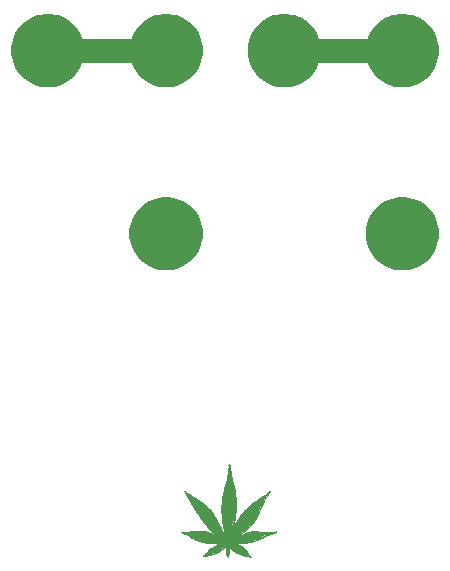
<source format=gbr>
G04 #@! TF.GenerationSoftware,KiCad,Pcbnew,(5.1.5-0)*
G04 #@! TF.CreationDate,2021-01-12T22:24:44-08:00*
G04 #@! TF.ProjectId,dualtimbre,6475616c-7469-46d6-9272-652e6b696361,rev?*
G04 #@! TF.SameCoordinates,Original*
G04 #@! TF.FileFunction,Soldermask,Top*
G04 #@! TF.FilePolarity,Negative*
%FSLAX46Y46*%
G04 Gerber Fmt 4.6, Leading zero omitted, Abs format (unit mm)*
G04 Created by KiCad (PCBNEW (5.1.5-0)) date 2021-01-12 22:24:44*
%MOMM*%
%LPD*%
G04 APERTURE LIST*
%ADD10C,2.000000*%
%ADD11C,0.100000*%
%ADD12C,0.000002*%
%ADD13C,0.001000*%
G04 APERTURE END LIST*
D10*
X4500000Y-82250000D02*
X14750000Y-82250000D01*
X24500000Y-82250000D02*
X34750000Y-82250000D01*
D11*
G36*
X20660400Y-123997650D02*
G01*
X21212850Y-124277050D01*
X21539875Y-124604075D01*
X21674813Y-124834263D01*
X21906588Y-125104138D01*
X21600200Y-125020000D01*
X21346200Y-124943800D01*
X21168400Y-124880300D01*
X20793750Y-124746950D01*
X20434975Y-124553275D01*
X20174625Y-124267525D01*
X20050800Y-124105600D01*
X20114300Y-124143700D01*
X20088900Y-124080200D01*
X20152400Y-123908750D01*
X20660400Y-123997650D01*
G37*
X20660400Y-123997650D02*
X21212850Y-124277050D01*
X21539875Y-124604075D01*
X21674813Y-124834263D01*
X21906588Y-125104138D01*
X21600200Y-125020000D01*
X21346200Y-124943800D01*
X21168400Y-124880300D01*
X20793750Y-124746950D01*
X20434975Y-124553275D01*
X20174625Y-124267525D01*
X20050800Y-124105600D01*
X20114300Y-124143700D01*
X20088900Y-124080200D01*
X20152400Y-123908750D01*
X20660400Y-123997650D01*
G36*
X19866650Y-124016700D02*
G01*
X19498350Y-124448500D01*
X19060200Y-124721550D01*
X18679200Y-124861250D01*
X17929900Y-125026350D01*
X18412500Y-124499300D01*
X18806200Y-124232600D01*
X19174500Y-124029400D01*
X19644400Y-123953200D01*
X19669800Y-123953200D01*
X19866650Y-124016700D01*
G37*
X19866650Y-124016700D02*
X19498350Y-124448500D01*
X19060200Y-124721550D01*
X18679200Y-124861250D01*
X17929900Y-125026350D01*
X18412500Y-124499300D01*
X18806200Y-124232600D01*
X19174500Y-124029400D01*
X19644400Y-123953200D01*
X19669800Y-123953200D01*
X19866650Y-124016700D01*
G36*
X23073400Y-122988000D02*
G01*
X23505200Y-123013400D01*
X24083207Y-123023943D01*
X23403600Y-123178500D01*
X22971800Y-123369000D01*
X22628900Y-123584900D01*
X22209800Y-123750000D01*
X21676400Y-123838900D01*
X21231900Y-123864300D01*
X20654050Y-123845250D01*
X20076200Y-123826200D01*
X20012700Y-123750000D01*
X20228600Y-123686500D01*
X20235585Y-123635700D01*
X20551815Y-123508700D01*
X21085850Y-123280100D01*
X21638300Y-123076900D01*
X22032000Y-122962600D01*
X22476500Y-122962600D01*
X23073400Y-122988000D01*
G37*
X23073400Y-122988000D02*
X23505200Y-123013400D01*
X24083207Y-123023943D01*
X23403600Y-123178500D01*
X22971800Y-123369000D01*
X22628900Y-123584900D01*
X22209800Y-123750000D01*
X21676400Y-123838900D01*
X21231900Y-123864300D01*
X20654050Y-123845250D01*
X20076200Y-123826200D01*
X20012700Y-123750000D01*
X20228600Y-123686500D01*
X20235585Y-123635700D01*
X20551815Y-123508700D01*
X21085850Y-123280100D01*
X21638300Y-123076900D01*
X22032000Y-122962600D01*
X22476500Y-122962600D01*
X23073400Y-122988000D01*
G36*
X23060700Y-120333700D02*
G01*
X22819400Y-120829000D01*
X22616200Y-121286200D01*
X22355850Y-121806900D01*
X22082800Y-122162500D01*
X21771650Y-122575250D01*
X21301750Y-122968950D01*
X20800100Y-123305500D01*
X19695200Y-123902400D01*
X19720600Y-123572200D01*
X20025400Y-123521400D01*
X20273050Y-123083250D01*
X20488950Y-122619700D01*
X20654050Y-122289500D01*
X20838200Y-121997400D01*
X21003300Y-121679900D01*
X21282700Y-121324300D01*
X21562100Y-121006800D01*
X21892300Y-120714700D01*
X22235200Y-120486100D01*
X22616200Y-120232100D01*
X23009900Y-119965400D01*
X23543300Y-119571700D01*
X23060700Y-120333700D01*
G37*
X23060700Y-120333700D02*
X22819400Y-120829000D01*
X22616200Y-121286200D01*
X22355850Y-121806900D01*
X22082800Y-122162500D01*
X21771650Y-122575250D01*
X21301750Y-122968950D01*
X20800100Y-123305500D01*
X19695200Y-123902400D01*
X19720600Y-123572200D01*
X20025400Y-123521400D01*
X20273050Y-123083250D01*
X20488950Y-122619700D01*
X20654050Y-122289500D01*
X20838200Y-121997400D01*
X21003300Y-121679900D01*
X21282700Y-121324300D01*
X21562100Y-121006800D01*
X21892300Y-120714700D01*
X22235200Y-120486100D01*
X22616200Y-120232100D01*
X23009900Y-119965400D01*
X23543300Y-119571700D01*
X23060700Y-120333700D01*
G36*
X20215900Y-118200100D02*
G01*
X20317500Y-118682700D01*
X20431800Y-119139900D01*
X20514350Y-119470100D01*
X20577850Y-119851100D01*
X20622300Y-120371800D01*
X20622300Y-120905200D01*
X20571500Y-121489400D01*
X20508000Y-122010100D01*
X20365125Y-122505400D01*
X20066675Y-123521400D01*
X19853950Y-123470600D01*
X19619000Y-122556200D01*
X19445962Y-121692600D01*
X19461837Y-120905200D01*
X19514225Y-120244800D01*
X19676150Y-119470100D01*
X19911100Y-118657300D01*
X20038100Y-117882600D01*
X20101600Y-117361900D01*
X20215900Y-118200100D01*
G37*
X20215900Y-118200100D02*
X20317500Y-118682700D01*
X20431800Y-119139900D01*
X20514350Y-119470100D01*
X20577850Y-119851100D01*
X20622300Y-120371800D01*
X20622300Y-120905200D01*
X20571500Y-121489400D01*
X20508000Y-122010100D01*
X20365125Y-122505400D01*
X20066675Y-123521400D01*
X19853950Y-123470600D01*
X19619000Y-122556200D01*
X19445962Y-121692600D01*
X19461837Y-120905200D01*
X19514225Y-120244800D01*
X19676150Y-119470100D01*
X19911100Y-118657300D01*
X20038100Y-117882600D01*
X20101600Y-117361900D01*
X20215900Y-118200100D01*
G36*
X16596400Y-119774900D02*
G01*
X16913900Y-120016200D01*
X17479050Y-120333700D01*
X18075950Y-120765500D01*
X18450600Y-121146500D01*
X18850650Y-121711650D01*
X19447550Y-122892750D01*
X19746000Y-123457900D01*
X19758700Y-123470600D01*
X19428500Y-123496000D01*
X19326900Y-123445200D01*
X18971300Y-123197550D01*
X18564900Y-122829250D01*
X18234700Y-122480000D01*
X17879100Y-122048200D01*
X17599700Y-121629100D01*
X17409200Y-121375100D01*
X17155200Y-120917900D01*
X16901200Y-120549600D01*
X16659900Y-120130500D01*
X16380500Y-119571700D01*
X16596400Y-119774900D01*
G37*
X16596400Y-119774900D02*
X16913900Y-120016200D01*
X17479050Y-120333700D01*
X18075950Y-120765500D01*
X18450600Y-121146500D01*
X18850650Y-121711650D01*
X19447550Y-122892750D01*
X19746000Y-123457900D01*
X19758700Y-123470600D01*
X19428500Y-123496000D01*
X19326900Y-123445200D01*
X18971300Y-123197550D01*
X18564900Y-122829250D01*
X18234700Y-122480000D01*
X17879100Y-122048200D01*
X17599700Y-121629100D01*
X17409200Y-121375100D01*
X17155200Y-120917900D01*
X16901200Y-120549600D01*
X16659900Y-120130500D01*
X16380500Y-119571700D01*
X16596400Y-119774900D01*
G36*
X18002925Y-122953075D02*
G01*
X18339475Y-123048325D01*
X18603000Y-123140400D01*
X19301500Y-123546800D01*
X19331980Y-123574740D01*
X19339600Y-123559500D01*
X19339600Y-123572200D01*
X19331980Y-123574740D01*
X19250700Y-123737300D01*
X19644400Y-123877000D01*
X19434850Y-123902400D01*
X19041150Y-123927800D01*
X18564900Y-123927800D01*
X18120400Y-123864300D01*
X17637800Y-123750000D01*
X17244100Y-123635700D01*
X16837700Y-123407100D01*
X16520200Y-123178500D01*
X16113800Y-123051500D01*
X16761500Y-123000700D01*
X17294900Y-122962600D01*
X17758450Y-122956250D01*
X18002925Y-122953075D01*
G37*
X18002925Y-122953075D02*
X18339475Y-123048325D01*
X18603000Y-123140400D01*
X19301500Y-123546800D01*
X19331980Y-123574740D01*
X19339600Y-123559500D01*
X19339600Y-123572200D01*
X19331980Y-123574740D01*
X19250700Y-123737300D01*
X19644400Y-123877000D01*
X19434850Y-123902400D01*
X19041150Y-123927800D01*
X18564900Y-123927800D01*
X18120400Y-123864300D01*
X17637800Y-123750000D01*
X17244100Y-123635700D01*
X16837700Y-123407100D01*
X16520200Y-123178500D01*
X16113800Y-123051500D01*
X16761500Y-123000700D01*
X17294900Y-122962600D01*
X17758450Y-122956250D01*
X18002925Y-122953075D01*
G36*
X20000000Y-123534100D02*
G01*
X19788862Y-123727775D01*
X20007937Y-123823025D01*
X20758825Y-124365950D01*
X20577850Y-124461200D01*
X20000000Y-124004000D01*
X20012700Y-125096200D01*
X19898400Y-124956500D01*
X19892050Y-124067500D01*
X19936500Y-124067500D01*
X19555500Y-123851600D01*
X19269750Y-123699200D01*
X19434850Y-123419800D01*
X20000000Y-123534100D01*
G37*
X20000000Y-123534100D02*
X19788862Y-123727775D01*
X20007937Y-123823025D01*
X20758825Y-124365950D01*
X20577850Y-124461200D01*
X20000000Y-124004000D01*
X20012700Y-125096200D01*
X19898400Y-124956500D01*
X19892050Y-124067500D01*
X19936500Y-124067500D01*
X19555500Y-123851600D01*
X19269750Y-123699200D01*
X19434850Y-123419800D01*
X20000000Y-123534100D01*
D12*
X19479586Y-121846968D02*
X19486414Y-121913404D01*
X16060628Y-123035206D02*
G75*
G02X16062745Y-123030474I8833J-1112D01*
G01*
X16062745Y-123030475D02*
G75*
G02X16067170Y-123027659I6961J-6056D01*
G01*
X16067171Y-123027659D02*
G75*
G02X16076272Y-123025641I21302J-74534D01*
G01*
X16119176Y-123019928D02*
X16076272Y-123025641D01*
X16175382Y-123014579D02*
X16119176Y-123019928D01*
X16249523Y-123009059D02*
X16175382Y-123014579D01*
X16350810Y-123002773D02*
X16249523Y-123009059D01*
X16464250Y-122995535D02*
X16350810Y-123002773D01*
X16555159Y-122988329D02*
X16464250Y-122995535D01*
X16635946Y-122980142D02*
X16555159Y-122988329D01*
X16717522Y-122969967D02*
X16635946Y-122980142D01*
X16795588Y-122960763D02*
X16717522Y-122969967D01*
X16894548Y-122951810D02*
X16795588Y-122960763D01*
X17002731Y-122943949D02*
X16894548Y-122951810D01*
X17110022Y-122938039D02*
X17002731Y-122943949D01*
X17158893Y-122935783D02*
X17110022Y-122938039D01*
X17228084Y-122932592D02*
X17158893Y-122935783D01*
X17303746Y-122929104D02*
X17228084Y-122932592D01*
X17375022Y-122925821D02*
X17303746Y-122929104D01*
X17542892Y-122918843D02*
X17375022Y-122925821D01*
X17717753Y-122913052D02*
X17542892Y-122918843D01*
X17891324Y-122908069D02*
X17717753Y-122913052D01*
X17891324Y-122908069D02*
G75*
G02X17900393Y-122910507I462J-16364D01*
G01*
X17903889Y-122911762D02*
G75*
G02X17900393Y-122910507I1209J8867D01*
G01*
X17919388Y-122913775D02*
X17903889Y-122911762D01*
X17937771Y-122915819D02*
X17919388Y-122913775D01*
X17958715Y-122917713D02*
X17937771Y-122915819D01*
X19470054Y-121737481D02*
X19472649Y-121767124D01*
X20612378Y-123897086D02*
X20657522Y-123900622D01*
X20563537Y-123893388D02*
X20612378Y-123897086D01*
X20518194Y-123890058D02*
X20563537Y-123893388D01*
X20485022Y-123887755D02*
X20518194Y-123890058D01*
X20453615Y-123885486D02*
X20485022Y-123887755D01*
X20414584Y-123882326D02*
X20453615Y-123885486D01*
X20374606Y-123878849D02*
X20414584Y-123882326D01*
X20340022Y-123875579D02*
X20374606Y-123878849D01*
X20278512Y-123870402D02*
X20340022Y-123875579D01*
X20226901Y-123868134D02*
X20278512Y-123870402D01*
X18831364Y-121630665D02*
X18702584Y-121423051D01*
X18960123Y-121860277D02*
X18831364Y-121630665D01*
X20263811Y-123894985D02*
X20225611Y-123887712D01*
X20301820Y-123901668D02*
X20263811Y-123894985D01*
X20327522Y-123905429D02*
X20301820Y-123901668D01*
X20327522Y-123905429D02*
G75*
G02X20415850Y-123921576I-96572J-777952D01*
G01*
X20542223Y-123954860D02*
X20415850Y-123921576D01*
X20681550Y-123997366D02*
X20542223Y-123954860D01*
X20815022Y-124044009D02*
X20681550Y-123997366D01*
X20858649Y-124061046D02*
X20815022Y-124044009D01*
X20904637Y-124080487D02*
X20858649Y-124061046D01*
X20952079Y-124101930D02*
X20904637Y-124080487D01*
X21000085Y-124124987D02*
X20952079Y-124101930D01*
X21000085Y-124124988D02*
G75*
G02X21152408Y-124212179I-639105J-1293158D01*
G01*
X19600081Y-122597260D02*
X19602098Y-122607528D01*
X22620021Y-121265299D02*
G75*
G02X22619743Y-121266562I-3003J0D01*
G01*
X22611209Y-121284952D02*
X22619743Y-121266562D01*
X22601523Y-121305632D02*
X22611209Y-121284952D01*
X22590022Y-121329870D02*
X22601523Y-121305632D01*
X22578521Y-121354146D02*
X22590022Y-121329870D01*
X22568834Y-121374951D02*
X22578521Y-121354146D01*
X22560385Y-121393329D02*
X22568834Y-121374951D01*
X22560021Y-121394995D02*
G75*
G02X22560385Y-121393329I3995J0D01*
G01*
X22560021Y-121394995D02*
G75*
G02X22559292Y-121398297I-7840J0D01*
G01*
X22520677Y-121481421D02*
X22559292Y-121398297D01*
X22477758Y-121573339D02*
X22520677Y-121481421D01*
X22427442Y-121680277D02*
X22477758Y-121573339D01*
X22404537Y-121728174D02*
X22427442Y-121680277D01*
X22376801Y-121784980D02*
X22404537Y-121728174D01*
X22347730Y-121843998D02*
X22376801Y-121784980D01*
X22347731Y-121843997D02*
G75*
G02X22345022Y-121847777I-12801J6311D01*
G01*
X22343589Y-121849614D02*
G75*
G02X22345022Y-121847777I8150J-4881D01*
G01*
X22340177Y-121855418D02*
X22343588Y-121849615D01*
X22336238Y-121862435D02*
X22340177Y-121855418D01*
X22332041Y-121870277D02*
X22336238Y-121862435D01*
X22323008Y-121887116D02*
X22332041Y-121870277D01*
X22312309Y-121906309D02*
X22323008Y-121887116D01*
X22301117Y-121925799D02*
X22312309Y-121906309D01*
X22290563Y-121943576D02*
X22301117Y-121925799D01*
X22286359Y-121950601D02*
X22290563Y-121943576D01*
X22279895Y-121961546D02*
X22286359Y-121950601D01*
X22272630Y-121973921D02*
X22279895Y-121961546D01*
X22265538Y-121986076D02*
X22272630Y-121973921D01*
X22265539Y-121986076D02*
G75*
G02X22176513Y-122124537I-1594117J927112D01*
G01*
X22060765Y-122278716D02*
X22176513Y-122124537D01*
X21929379Y-122435115D02*
X22060765Y-122278716D01*
X21792561Y-122580767D02*
X21929379Y-122435115D01*
X21792561Y-122580767D02*
G75*
G02X21512462Y-122838051I-2992746J2977019D01*
G01*
X21202444Y-123076945D02*
X21512462Y-122838051D01*
X20846530Y-123308868D02*
X21202444Y-123076945D01*
X20427522Y-123545384D02*
X20846530Y-123308868D01*
X20407210Y-123556206D02*
X20427522Y-123545384D01*
X20383256Y-123569049D02*
X20407210Y-123556206D01*
X20359541Y-123581825D02*
X20383256Y-123569049D01*
X20340022Y-123592411D02*
X20359541Y-123581825D01*
X20322766Y-123601769D02*
X20340022Y-123592411D01*
X20306062Y-123610749D02*
X20322766Y-123601769D01*
X20291782Y-123618359D02*
X20306062Y-123610749D01*
X20284097Y-123622337D02*
X20291782Y-123618359D01*
X20267847Y-123632144D02*
G75*
G02X20284097Y-123622337I73169J-102870D01*
G01*
X20251467Y-123645234D02*
G75*
G02X20267847Y-123632145I125077J-139731D01*
G01*
X20238112Y-123658375D02*
G75*
G02X20251467Y-123645234I145858J-134885D01*
G01*
X20235021Y-123666267D02*
G75*
G02X20238111Y-123658375I11624J0D01*
G01*
X20235871Y-123669781D02*
G75*
G02X20235022Y-123666267I6849J3514D01*
G01*
X20238155Y-123671737D02*
G75*
G02X20235870Y-123669780I1247J3768D01*
G01*
X20242397Y-123672198D02*
G75*
G02X20238155Y-123671737I-1044J10127D01*
G01*
X20249641Y-123671103D02*
G75*
G02X20242398Y-123672199I-15184J75919D01*
G01*
X20268149Y-123665366D02*
G75*
G02X20249641Y-123671104I-36945J86448D01*
G01*
X20328992Y-123639023D02*
X20268149Y-123665366D01*
X20396972Y-123608528D02*
X20328992Y-123639023D01*
X20465022Y-123576643D02*
X20396972Y-123608528D01*
X20488044Y-123565656D02*
X20465022Y-123576643D01*
X20513850Y-123553400D02*
X20488044Y-123565656D01*
X20538478Y-123541750D02*
X20513850Y-123553400D01*
X20557522Y-123532798D02*
X20538478Y-123541750D01*
X20577497Y-123523393D02*
X20557522Y-123532798D01*
X20605600Y-123510054D02*
X20577497Y-123523393D01*
X20636247Y-123495444D02*
X20605600Y-123510054D01*
X20665022Y-123481661D02*
X20636247Y-123495444D01*
X20719936Y-123455361D02*
X20665022Y-123481661D01*
X20761702Y-123435535D02*
X20719936Y-123455361D01*
X20796707Y-123419148D02*
X20761702Y-123435535D01*
X20830022Y-123403816D02*
X20796707Y-123419148D01*
X20865354Y-123387574D02*
X20830022Y-123403816D01*
X20931774Y-123356749D02*
X20865354Y-123387574D01*
X20999694Y-123325132D02*
X20931774Y-123356749D01*
X21047522Y-123302733D02*
X20999694Y-123325132D01*
X21194502Y-123234657D02*
X21047522Y-123302733D01*
X21345333Y-123166903D02*
X21194502Y-123234657D01*
X21483653Y-123106658D02*
X21345333Y-123166903D01*
X21590022Y-123062680D02*
X21483653Y-123106658D01*
X21643337Y-123041611D02*
X21590022Y-123062680D01*
X21678135Y-123028359D02*
X21643337Y-123041611D01*
X21707932Y-123017769D02*
X21678135Y-123028359D01*
X21742522Y-123006289D02*
X21707932Y-123017769D01*
X21801620Y-122988467D02*
X21742522Y-123006289D01*
X21863071Y-122972384D02*
X21801620Y-122988467D01*
X21924574Y-122958597D02*
X21863071Y-122972384D01*
X21983822Y-122947669D02*
X21924574Y-122958597D01*
X22025789Y-122941782D02*
X21983822Y-122947669D01*
X22061324Y-122938975D02*
X22025789Y-122941782D01*
X22105896Y-122938261D02*
X22061324Y-122938975D01*
X22186322Y-122939370D02*
X22105896Y-122938261D01*
X22243234Y-122940735D02*
X22186322Y-122939370D01*
X22301607Y-122942737D02*
X22243234Y-122940735D01*
X22353546Y-122945032D02*
X22301607Y-122942737D01*
X22387522Y-122947267D02*
X22353546Y-122945032D01*
X22418287Y-122949702D02*
X22387522Y-122947267D01*
X22457662Y-122952627D02*
X22418287Y-122949702D01*
X22498691Y-122955545D02*
X22457662Y-122952627D01*
X22535022Y-122957990D02*
X22498691Y-122955545D01*
X22572057Y-122960418D02*
X22535022Y-122957990D01*
X22615318Y-122963293D02*
X22572057Y-122960418D01*
X22657867Y-122966150D02*
X22615318Y-122963293D01*
X22692522Y-122968510D02*
X22657867Y-122966150D01*
X22745145Y-122970680D02*
X22692522Y-122968510D01*
X22937897Y-122973130D02*
X22745145Y-122970680D01*
X23166132Y-122975346D02*
X22937897Y-122973130D01*
X23422522Y-122976997D02*
X23166132Y-122975346D01*
X23760194Y-122978974D02*
X23422522Y-122976997D01*
X23946598Y-122980953D02*
X23760194Y-122978974D01*
X24075267Y-122983028D02*
X23946598Y-122980953D01*
X24075267Y-122983028D02*
G75*
G02X24088772Y-122986729I-500J-28318D01*
G01*
X24088772Y-122986728D02*
G75*
G02X24097766Y-122995160I-13045J-22929D01*
G01*
X24097766Y-122995160D02*
G75*
G02X24100023Y-123005412I-12281J-8079D01*
G01*
X24100023Y-123005413D02*
G75*
G02X24094871Y-123015674I-18220J2725D01*
G01*
X24094870Y-123015673D02*
G75*
G02X24083207Y-123023943I-29662J29474D01*
G01*
X24083208Y-123023944D02*
G75*
G02X24065174Y-123031131I-63623J133418D01*
G01*
X24000776Y-123051805D02*
X24065174Y-123031131D01*
X23938093Y-123071392D02*
X24000776Y-123051805D01*
X23902522Y-123081377D02*
X23938093Y-123071392D01*
X23773171Y-123118169D02*
X23902522Y-123081377D01*
X23598786Y-123175203D02*
X23773171Y-123118169D01*
X23419767Y-123238251D02*
X23598786Y-123175203D01*
X23272522Y-123295274D02*
X23419767Y-123238251D01*
X23149199Y-123348078D02*
X23272522Y-123295274D01*
X23003927Y-123414591D02*
X23149199Y-123348078D01*
X22862600Y-123482490D02*
X23003927Y-123414591D01*
X22752522Y-123539199D02*
X22862600Y-123482490D01*
X22618504Y-123610433D02*
X22752522Y-123539199D01*
X22533440Y-123652696D02*
X22618504Y-123610433D01*
X22458987Y-123685131D02*
X22533440Y-123652696D01*
X22367522Y-123720178D02*
X22458987Y-123685131D01*
X22292423Y-123747307D02*
X22367522Y-123720178D01*
X22252851Y-123760723D02*
X22292423Y-123747307D01*
X22213400Y-123772598D02*
X22252851Y-123760723D01*
X22140022Y-123793034D02*
X22213400Y-123772598D01*
X22020804Y-123822545D02*
X22140022Y-123793034D01*
X21883620Y-123850279D02*
X22020804Y-123822545D01*
X21745884Y-123873156D02*
X21883620Y-123850279D01*
X21625022Y-123887838D02*
X21745884Y-123873156D01*
X21601013Y-123890138D02*
X21625022Y-123887838D01*
X21566506Y-123893487D02*
X21601013Y-123890138D01*
X21528547Y-123897195D02*
X21566506Y-123893487D01*
X21492522Y-123900739D02*
X21528547Y-123897195D01*
X21358935Y-123908145D02*
X21492522Y-123900739D01*
X21086190Y-123909806D02*
X21358935Y-123908145D01*
X20813070Y-123907895D02*
X21086190Y-123909806D01*
X20657522Y-123900622D02*
X20813070Y-123907895D01*
X20184700Y-123867876D02*
X20226901Y-123868134D01*
X20180021Y-123872584D02*
G75*
G02X20184700Y-123867876I4709J-1D01*
G01*
X20181145Y-123874719D02*
G75*
G02X20180022Y-123872585I1466J2134D01*
G01*
X20185529Y-123877293D02*
G75*
G02X20181144Y-123874719I15819J31971D01*
G01*
X19110636Y-122138155D02*
X19094341Y-122108062D01*
X19121221Y-122157777D02*
X19110636Y-122138155D01*
X20511249Y-122533226D02*
X20464982Y-122630277D01*
X20596807Y-122362328D02*
X20511249Y-122533226D01*
X20683548Y-122191636D02*
X20596807Y-122362328D01*
X20724269Y-122116527D02*
X20683548Y-122191636D01*
X20738678Y-122091366D02*
X20724269Y-122116527D01*
X20749929Y-122071636D02*
X20738678Y-122091366D01*
X20759609Y-122054555D02*
X20749929Y-122071636D01*
X20769048Y-122037777D02*
X20759609Y-122054555D01*
X20775983Y-122025624D02*
X20769048Y-122037777D01*
X20787590Y-122005731D02*
X20775983Y-122025624D01*
X20800976Y-121982985D02*
X20787590Y-122005731D01*
X20814458Y-121960277D02*
X20800976Y-121982985D01*
X20827575Y-121938268D02*
X20814458Y-121960277D01*
X20839864Y-121917624D02*
X20827575Y-121938268D01*
X20850197Y-121900243D02*
X20839864Y-121917624D01*
X20854889Y-121892307D02*
X20850197Y-121900243D01*
X20899259Y-121820233D02*
X20854889Y-121892307D01*
X20962393Y-121723837D02*
X20899259Y-121820233D01*
X21029939Y-121624271D02*
X20962393Y-121723837D01*
X21089543Y-121540277D02*
X21029939Y-121624271D01*
X21146819Y-121463641D02*
X21089543Y-121540277D01*
X21217177Y-121373061D02*
X21146819Y-121463641D01*
X21284639Y-121288542D02*
X21217177Y-121373061D01*
X21327847Y-121237777D02*
X21284639Y-121288542D01*
X22635064Y-121231889D02*
X22644416Y-121211958D01*
X22627187Y-121248945D02*
X22635064Y-121231889D01*
X22620294Y-121264044D02*
X22627187Y-121248945D01*
X22620022Y-121265299D02*
G75*
G02X22620294Y-121264044I3026J0D01*
G01*
X19075985Y-122074222D02*
X19058037Y-122041194D01*
X19094341Y-122108062D02*
X19075985Y-122074222D01*
X21912904Y-125132618D02*
G75*
G02X21912962Y-125140934I-10582J-4233D01*
G01*
X21912961Y-125140934D02*
G75*
G02X21910571Y-125143771I-5287J2029D01*
G01*
X21910571Y-125143771D02*
G75*
G02X21905675Y-125145933I-11328J19028D01*
G01*
X21905675Y-125145934D02*
G75*
G02X21898837Y-125147326I-10822J35655D01*
G01*
X21898838Y-125147325D02*
G75*
G02X21890414Y-125147777I-8424J78322D01*
G01*
X20393609Y-122791378D02*
X20385721Y-122810277D01*
X20420843Y-122729384D02*
X20393609Y-122791378D01*
X20447720Y-122668594D02*
X20420843Y-122729384D01*
X20464982Y-122630277D02*
X20447720Y-122668594D01*
X21890414Y-125147778D02*
G75*
G02X21875921Y-125146825I0J110737D01*
G01*
X21875921Y-125146825D02*
G75*
G02X21863016Y-125143965I9971J75534D01*
G01*
X21863016Y-125143965D02*
G75*
G02X21846281Y-125137761I53575J170197D01*
G01*
X21815022Y-125124046D02*
X21846281Y-125137761D01*
X21751838Y-125097762D02*
X21815022Y-125124046D01*
X21685736Y-125074319D02*
X21751838Y-125097762D01*
X21614120Y-125052862D02*
X21685736Y-125074319D01*
X21534294Y-125032548D02*
X21614120Y-125052862D01*
X21397606Y-124999292D02*
X21534294Y-125032548D01*
X19130128Y-122174323D02*
X19121221Y-122157777D01*
X19140235Y-122193074D02*
X19130128Y-122174323D01*
X20253305Y-123136243D02*
X20244490Y-123156661D01*
X20263179Y-123112378D02*
X20253305Y-123136243D01*
X20274497Y-123084151D02*
X20263179Y-123112378D01*
X20287768Y-123050277D02*
X20274497Y-123084151D01*
X20293655Y-123035324D02*
X20287768Y-123050277D01*
X20300109Y-123019333D02*
X20293655Y-123035324D01*
X20306173Y-123004627D02*
X20300109Y-123019333D01*
X21152408Y-124212178D02*
G75*
G02X21290509Y-124315987I-743206J-1132487D01*
G01*
X21290509Y-124315987D02*
G75*
G02X21408604Y-124431641I-808447J-943632D01*
G01*
X21408604Y-124431641D02*
G75*
G02X21501099Y-124554225I-691614J-618042D01*
G01*
X21593113Y-124697827D02*
X21501099Y-124554225D01*
X21658325Y-124794131D02*
X21593113Y-124697827D01*
X21719278Y-124876381D02*
X21658325Y-124794131D01*
X21794380Y-124970045D02*
X21719278Y-124876381D01*
X21837947Y-125022822D02*
X21794380Y-124970045D01*
X21851771Y-125039809D02*
X21837947Y-125022822D01*
X21862079Y-125053035D02*
X21851771Y-125039809D01*
X19634498Y-119520277D02*
X19620636Y-119570269D01*
X20310691Y-122994082D02*
X20306173Y-123004627D01*
X20314264Y-122985606D02*
X20310691Y-122994082D01*
X20317281Y-122977667D02*
X20314264Y-122985606D01*
X20319553Y-122970959D02*
X20317281Y-122977667D01*
X20320021Y-122967966D02*
G75*
G02X20319553Y-122970959I-9805J0D01*
G01*
X20320021Y-122967965D02*
G75*
G02X20320501Y-122964968I9600J-1D01*
G01*
X20322848Y-122958209D02*
X20320501Y-122964968D01*
X20325958Y-122950210D02*
X20322848Y-122958209D01*
X20329642Y-122941661D02*
X20325958Y-122950210D01*
X20343866Y-122909784D02*
X20329642Y-122941661D01*
X20352969Y-122888632D02*
X20343866Y-122909784D01*
X20359166Y-122873491D02*
X20352969Y-122888632D01*
X20360007Y-122869082D02*
G75*
G02X20359166Y-122873491I-11749J-43D01*
G01*
X20360007Y-122869082D02*
G75*
G02X20360459Y-122866632I6738J25D01*
G01*
X20363194Y-122859786D02*
X20360459Y-122866632D01*
X20366707Y-122851673D02*
X20363194Y-122859786D01*
X20370874Y-122842777D02*
X20366707Y-122851673D01*
X20375330Y-122833430D02*
X20370874Y-122842777D01*
X20379723Y-122823949D02*
X20375330Y-122833430D01*
X20383495Y-122815577D02*
X20379723Y-122823949D01*
X20385721Y-122810277D02*
X20383495Y-122815577D01*
X21877281Y-125073316D02*
X21862079Y-125053035D01*
X21893683Y-125096689D02*
X21877281Y-125073316D01*
X21893683Y-125096690D02*
G75*
G02X21905528Y-125116666I-194982J-129113D01*
G01*
X21905528Y-125116666D02*
G75*
G02X21912903Y-125132618I-148143J-78170D01*
G01*
X21337272Y-121227192D02*
X21327847Y-121237777D01*
X21357031Y-121204856D02*
X21337272Y-121227192D01*
X21380430Y-121178361D02*
X21357031Y-121204856D01*
X21405193Y-121150277D02*
X21380430Y-121178361D01*
X21513704Y-121033304D02*
X21405193Y-121150277D01*
X21646053Y-120902079D02*
X21513704Y-121033304D01*
X21777297Y-120780085D02*
X21646053Y-120902079D01*
X21880250Y-120694220D02*
X21777297Y-120780085D01*
X21967428Y-120628727D02*
X21880250Y-120694220D01*
X22046415Y-120573278D02*
X21967428Y-120628727D01*
X22148457Y-120506351D02*
X22046415Y-120573278D01*
X22327522Y-120392769D02*
X22148457Y-120506351D01*
X22389629Y-120353344D02*
X22327522Y-120392769D01*
X22456365Y-120310469D02*
X22389629Y-120353344D01*
X22517965Y-120270471D02*
X22456365Y-120310469D01*
X22562522Y-120240991D02*
X22517965Y-120270471D01*
X22697222Y-120149298D02*
X22562522Y-120240991D01*
X22820866Y-120062251D02*
X22697222Y-120149298D01*
X22968690Y-119954774D02*
X22820866Y-120062251D01*
X23190022Y-119790957D02*
X22968690Y-119954774D01*
X23233928Y-119758350D02*
X23190022Y-119790957D01*
X23276959Y-119726446D02*
X23233928Y-119758350D01*
X23314011Y-119699020D02*
X23276959Y-119726446D01*
X23335022Y-119683543D02*
X23314011Y-119699020D01*
X23351209Y-119671646D02*
X23335022Y-119683543D01*
X23368850Y-119658643D02*
X23351209Y-119671646D01*
X23385320Y-119646471D02*
X23368850Y-119658643D01*
X23397522Y-119637414D02*
X23385320Y-119646471D01*
X23437477Y-119609270D02*
X23397522Y-119637414D01*
X23492952Y-119573208D02*
X23437477Y-119609270D01*
X23549438Y-119537759D02*
X23492952Y-119573208D01*
X23549438Y-119537760D02*
G75*
G02X23564761Y-119531269I28471J-45884D01*
G01*
X23564761Y-119531268D02*
G75*
G02X23577504Y-119529947I10974J-43717D01*
G01*
X23577504Y-119529947D02*
G75*
G02X23584070Y-119534069I-305J-7776D01*
G01*
X23584070Y-119534070D02*
G75*
G02X23584527Y-119542656I-8997J-4784D01*
G01*
X23584527Y-119542655D02*
G75*
G02X23577667Y-119555539I-63438J25510D01*
G01*
X23565329Y-119572507D02*
X23577667Y-119555539D01*
X23545976Y-119596851D02*
X23565329Y-119572507D01*
X23526429Y-119620518D02*
X23545976Y-119596851D01*
X23526429Y-119620517D02*
G75*
G02X23516963Y-119630277I-72727J61071D01*
G01*
X23499895Y-119648072D02*
G75*
G02X23516963Y-119630277I123500J-101373D01*
G01*
X23445948Y-119714257D02*
X23499895Y-119648072D01*
X23391922Y-119781904D02*
X23445948Y-119714257D01*
X23351038Y-119835277D02*
X23391922Y-119781904D01*
X23274034Y-119943698D02*
X23351038Y-119835277D01*
X23213980Y-120039678D02*
X23274034Y-119943698D01*
X23148409Y-120160452D02*
X23213980Y-120039678D01*
X23045463Y-120365277D02*
X23148409Y-120160452D01*
X23012314Y-120432396D02*
X23045463Y-120365277D01*
X22982337Y-120493418D02*
X23012314Y-120432396D01*
X22957300Y-120544652D02*
X22982337Y-120493418D01*
X22948740Y-120562777D02*
X22957300Y-120544652D01*
X22933870Y-120594997D02*
X22948740Y-120562777D01*
X22898656Y-120670485D02*
X22933870Y-120594997D01*
X22863434Y-120745815D02*
X22898656Y-120670485D01*
X22842505Y-120790277D02*
X22863434Y-120745815D01*
X22836270Y-120803483D02*
X22842505Y-120790277D01*
X22826572Y-120824090D02*
X22836270Y-120803483D01*
X22815623Y-120847387D02*
X22826572Y-120824090D01*
X22804881Y-120870277D02*
X22815623Y-120847387D01*
X22752656Y-120981614D02*
X22804881Y-120870277D01*
X22705466Y-121082138D02*
X22752656Y-120981614D01*
X22666565Y-121164935D02*
X22705466Y-121082138D01*
X22644416Y-121211958D02*
X22666565Y-121164935D01*
X19456089Y-120520173D02*
X19450432Y-120597777D01*
X19491414Y-120184273D02*
X19489359Y-120201746D01*
X19499812Y-122025277D02*
X19502112Y-122041881D01*
X17220022Y-123654199D02*
X17285345Y-123681444D01*
X17172193Y-123632386D02*
X17220022Y-123654199D01*
X17096008Y-123595116D02*
X17172193Y-123632386D01*
X17013874Y-123554229D02*
X17096008Y-123595116D01*
X17958715Y-122917712D02*
G75*
G02X18037077Y-122927867I-68767J-838110D01*
G01*
X18134167Y-122947547D02*
X18037077Y-122927867D01*
X18238541Y-122973880D02*
X18134167Y-122947547D01*
X18340022Y-123004629D02*
X18238541Y-122973880D01*
X18411345Y-123028648D02*
X18340022Y-123004629D01*
X18462918Y-123047344D02*
X18411345Y-123028648D01*
X18514767Y-123068060D02*
X18462918Y-123047344D01*
X18587522Y-123098978D02*
X18514767Y-123068060D01*
X18636095Y-123121297D02*
X18587522Y-123098978D01*
X18722054Y-123163707D02*
X18636095Y-123121297D01*
X18807800Y-123207003D02*
X18722054Y-123163707D01*
X18857522Y-123233724D02*
X18807800Y-123207003D01*
X18874485Y-123243290D02*
X18857522Y-123233724D01*
X18892381Y-123253359D02*
X18874485Y-123243290D01*
X18908665Y-123262503D02*
X18892381Y-123253359D01*
X18920022Y-123268855D02*
X18908665Y-123262503D01*
X18967579Y-123296350D02*
X18920022Y-123268855D01*
X19029264Y-123333880D02*
X18967579Y-123296350D01*
X19094127Y-123374579D02*
X19029264Y-123333880D01*
X19152522Y-123412529D02*
X19094127Y-123374579D01*
X19269621Y-123489782D02*
X19152522Y-123412529D01*
X19284217Y-123492895D02*
G75*
G02X19269621Y-123489782I-3296J20324D01*
G01*
X19285880Y-123486626D02*
G75*
G02X19284217Y-123492894I-2231J-2763D01*
G01*
X19186635Y-123406997D02*
X19285879Y-123486626D01*
X19076355Y-123318615D02*
X19186635Y-123406997D01*
X18955655Y-123221064D02*
X19076355Y-123318615D01*
X18846190Y-123132022D02*
X18955655Y-123221064D01*
X18797522Y-123091366D02*
X18846190Y-123132022D01*
X18560218Y-122878564D02*
X18797522Y-123091366D01*
X18331976Y-122653889D02*
X18560218Y-122878564D01*
X18126302Y-122431368D02*
X18331976Y-122653889D01*
X17957522Y-122225413D02*
X18126302Y-122431368D01*
X17947035Y-122211730D02*
X17957522Y-122225413D01*
X17930933Y-122190881D02*
X17947035Y-122211730D01*
X17912804Y-122167489D02*
X17930933Y-122190881D01*
X17895094Y-122144720D02*
X17912804Y-122167489D01*
X17850771Y-122086679D02*
X17895094Y-122144720D01*
X17798022Y-122015362D02*
X17850771Y-122086679D01*
X17743294Y-121939659D02*
X17798022Y-122015362D01*
X17692611Y-121867777D02*
X17743294Y-121939659D01*
X17615794Y-121755183D02*
X17692611Y-121867777D01*
X17503314Y-121586047D02*
X17615794Y-121755183D01*
X17392960Y-121418079D02*
X17503314Y-121586047D01*
X17327810Y-121315811D02*
X17392960Y-121418079D01*
X17312852Y-121291839D02*
X17327810Y-121315811D01*
X17293501Y-121261028D02*
X17312852Y-121291839D01*
X17273210Y-121228853D02*
X17293501Y-121261028D01*
X17255098Y-121200277D02*
X17273210Y-121228853D01*
X17232466Y-121164465D02*
X17255098Y-121200277D01*
X17194344Y-121103699D02*
X17232466Y-121164465D01*
X17150478Y-121033586D02*
X17194344Y-121103699D01*
X17106299Y-120962777D02*
X17150478Y-121033586D01*
X17063762Y-120894522D02*
X17106299Y-120962777D01*
X17024866Y-120832137D02*
X17063762Y-120894522D01*
X16992249Y-120779846D02*
X17024866Y-120832137D01*
X16980010Y-120760277D02*
X16992249Y-120779846D01*
X16937630Y-120691590D02*
X16980010Y-120760277D01*
X16867790Y-120576106D02*
X16937630Y-120691590D01*
X16797729Y-120459490D02*
X16867790Y-120576106D01*
X16772165Y-120415277D02*
X16797729Y-120459490D01*
X16769328Y-120410248D02*
X16772165Y-120415277D01*
X16765217Y-120403074D02*
X16769328Y-120410248D01*
X16760674Y-120395211D02*
X16765217Y-120403074D01*
X16756342Y-120387777D02*
X16760674Y-120395211D01*
X16727044Y-120337083D02*
X16756342Y-120387777D01*
X16668968Y-120235057D02*
X16727044Y-120337083D01*
X16610346Y-120131702D02*
X16668968Y-120235057D01*
X16588754Y-120092777D02*
X16610346Y-120131702D01*
X16579351Y-120075536D02*
X16588754Y-120092777D01*
X16567835Y-120054543D02*
X16579351Y-120075536D01*
X16556140Y-120033314D02*
X16567835Y-120054543D01*
X16546150Y-120015277D02*
X16556140Y-120033314D01*
X16517394Y-119960797D02*
X16546150Y-120015277D01*
X16462647Y-119850518D02*
X16517394Y-119960797D01*
X16402078Y-119727345D02*
X16462647Y-119850518D01*
X16402079Y-119727345D02*
G75*
G02X16400022Y-119718491I18028J8854D01*
G01*
X16399530Y-119715636D02*
G75*
G02X16400022Y-119718491I-8045J-2855D01*
G01*
X16397209Y-119709477D02*
X16399530Y-119715636D01*
X16394113Y-119702210D02*
X16397209Y-119709477D01*
X16390446Y-119694500D02*
X16394113Y-119702210D01*
X16390446Y-119694500D02*
G75*
G02X16375567Y-119660779I353949J176315D01*
G01*
X16362376Y-119622674D02*
X16375567Y-119660779D01*
X16352797Y-119587022D02*
X16362376Y-119622674D01*
X16352798Y-119587021D02*
G75*
G02X16350022Y-119562709I105091J24312D01*
G01*
X16350022Y-119562709D02*
G75*
G02X16352313Y-119551889I26694J0D01*
G01*
X16352313Y-119551889D02*
G75*
G02X16358734Y-119543767I19006J-8428D01*
G01*
X16358734Y-119543767D02*
G75*
G02X16368045Y-119539963I11741J-15439D01*
G01*
X16368045Y-119539963D02*
G75*
G02X16378409Y-119541121I2783J-22042D01*
G01*
X19299378Y-123499505D02*
G75*
G02X19307816Y-123505118I-42084J-72409D01*
G01*
X19293690Y-123498010D02*
G75*
G02X19299378Y-123499505I137J-11046D01*
G01*
X19292163Y-123500169D02*
G75*
G02X19293690Y-123498010I1547J525D01*
G01*
X19295021Y-123505277D02*
G75*
G02X19292163Y-123500169I12406J10295D01*
G01*
X19298004Y-123508135D02*
G75*
G02X19295022Y-123505277I10995J14458D01*
G01*
X19301808Y-123510528D02*
G75*
G02X19298004Y-123508136I11528J22553D01*
G01*
X19305813Y-123512133D02*
G75*
G02X19301808Y-123510528I6762J22671D01*
G01*
X19309384Y-123512619D02*
G75*
G02X19305813Y-123512133I-229J11691D01*
G01*
X19313439Y-123512263D02*
G75*
G02X19309384Y-123512618I-4642J29680D01*
G01*
X19314221Y-123511131D02*
G75*
G02X19313438Y-123512263I-929J-194D01*
G01*
X19313100Y-123509282D02*
G75*
G02X19314221Y-123511131I-2062J-2515D01*
G01*
X19307816Y-123505118D02*
X19313100Y-123509282D01*
X20082574Y-117319496D02*
G75*
G02X20091771Y-117310571I24520J-16067D01*
G01*
X20091771Y-117310571D02*
G75*
G02X20102879Y-117307745I10107J-16484D01*
G01*
X20102879Y-117307745D02*
G75*
G02X20113607Y-117311707I-996J-19203D01*
G01*
X20113606Y-117311707D02*
G75*
G02X20121759Y-117321527I-17650J-22947D01*
G01*
X20121760Y-117321527D02*
G75*
G02X20133695Y-117354885I-124673J-63421D01*
G01*
X20149153Y-117430779D02*
X20133695Y-117354885D01*
X20166249Y-117530893D02*
X20149153Y-117430779D01*
X20184771Y-117657777D02*
X20166249Y-117530893D01*
X20189195Y-117689649D02*
X20184771Y-117657777D01*
X20193664Y-117721324D02*
X20189195Y-117689649D01*
X20197609Y-117748853D02*
X20193664Y-117721324D01*
X20200058Y-117765277D02*
X20197609Y-117748853D01*
X20202198Y-117779274D02*
X20200058Y-117765277D01*
X20204846Y-117796746D02*
X20202198Y-117779274D01*
X20207550Y-117814693D02*
X20204846Y-117796746D01*
X20209879Y-117830277D02*
X20207550Y-117814693D01*
X20250474Y-118095675D02*
X20209879Y-117830277D01*
X20282146Y-118283530D02*
X20250474Y-118095675D01*
X20312899Y-118441341D02*
X20282146Y-118283530D01*
X20349454Y-118605379D02*
X20312899Y-118441341D01*
X20374492Y-118708731D02*
X20349454Y-118605379D01*
X20406786Y-118836990D02*
X20374492Y-118708731D01*
X20438947Y-118962230D02*
X20406786Y-118836990D01*
X20449546Y-118997777D02*
X20438947Y-118962230D01*
X20451577Y-119004390D02*
X20449546Y-118997777D01*
X20454324Y-119014684D02*
X20451577Y-119004390D01*
X20457226Y-119026332D02*
X20454324Y-119014684D01*
X20459866Y-119037777D02*
X20457226Y-119026332D01*
X20462509Y-119049406D02*
X20459866Y-119037777D01*
X20465418Y-119061606D02*
X20462509Y-119049406D01*
X20468167Y-119072654D02*
X20465418Y-119061606D01*
X20470219Y-119080277D02*
X20468167Y-119072654D01*
X20491211Y-119161306D02*
X20470219Y-119080277D01*
X20520319Y-119289530D02*
X20491211Y-119161306D01*
X20547583Y-119417148D02*
X20520319Y-119289530D01*
X20560471Y-119490277D02*
X20547583Y-119417148D01*
X20562659Y-119504272D02*
X20560471Y-119490277D01*
X20565675Y-119521746D02*
X20562659Y-119504272D01*
X20568972Y-119539692D02*
X20565675Y-119521746D01*
X20572053Y-119555277D02*
X20568972Y-119539692D01*
X20583969Y-119621401D02*
X20572053Y-119555277D01*
X20598521Y-119720705D02*
X20583969Y-119621401D01*
X20613047Y-119832002D02*
X20598521Y-119720705D01*
X20625375Y-119940277D02*
X20613047Y-119832002D01*
X20633692Y-120027355D02*
X20625375Y-119940277D01*
X20641238Y-120123355D02*
X20633692Y-120027355D01*
X20649412Y-120246795D02*
X20641238Y-120123355D01*
X20659993Y-120425277D02*
X20649412Y-120246795D01*
X20664428Y-120561801D02*
X20659993Y-120425277D01*
X20663207Y-120723699D02*
X20664428Y-120561801D01*
D13*
X20656205Y-120930188D02*
X20663207Y-120723699D01*
X20642243Y-121210277D02*
X20656205Y-120930188D01*
D12*
X20638309Y-121263260D02*
X20642243Y-121210277D01*
X20629073Y-121357488D02*
X20638309Y-121263260D01*
X20618702Y-121454897D02*
X20629073Y-121357488D01*
X20609856Y-121527777D02*
X20618702Y-121454897D01*
X20607613Y-121545020D02*
X20609856Y-121527777D01*
X20604937Y-121566012D02*
X20607613Y-121545020D01*
X20602271Y-121587241D02*
X20604937Y-121566012D01*
X20600050Y-121605277D02*
X20602271Y-121587241D01*
X20597806Y-121622962D02*
X20600050Y-121605277D01*
X20595075Y-121643074D02*
X20597806Y-121622962D01*
X20592299Y-121662476D02*
X20595075Y-121643074D01*
X20589942Y-121677777D02*
X20592299Y-121662476D01*
X20587622Y-121692744D02*
X20589942Y-121677777D01*
X20584972Y-121711012D02*
X20587622Y-121692744D01*
X20582418Y-121729518D02*
X20584972Y-121711012D01*
X20580389Y-121745277D02*
X20582418Y-121729518D01*
X20561335Y-121867675D02*
X20580389Y-121745277D01*
X20521650Y-122069623D02*
X20561335Y-121867675D01*
X20478766Y-122271371D02*
X20521650Y-122069623D01*
X20447485Y-122395277D02*
X20478766Y-122271371D01*
X20444512Y-122405948D02*
X20447485Y-122395277D01*
X20441467Y-122417340D02*
X20444512Y-122405948D01*
X20438776Y-122427807D02*
X20441467Y-122417340D01*
X20436995Y-122435277D02*
X20438776Y-122427807D01*
X20427390Y-122473770D02*
X20436995Y-122435277D01*
X20397648Y-122581388D02*
X20427390Y-122473770D01*
X20367938Y-122687284D02*
X20397648Y-122581388D01*
X20350778Y-122745277D02*
X20367938Y-122687284D01*
X20346460Y-122759274D02*
X20350778Y-122745277D01*
X20341080Y-122776746D02*
X20346460Y-122759274D01*
X20335561Y-122794693D02*
X20341080Y-122776746D01*
X20330776Y-122810277D02*
X20335561Y-122794693D01*
X20313681Y-122864093D02*
X20330776Y-122810277D01*
X20282504Y-122958295D02*
X20313681Y-122864093D01*
X20249871Y-123055470D02*
X20282504Y-122958295D01*
X20224966Y-123127777D02*
X20249871Y-123055470D01*
X20214918Y-123156638D02*
X20224966Y-123127777D01*
X20205745Y-123183387D02*
X20214918Y-123156638D01*
X20198156Y-123205862D02*
X20205745Y-123183387D01*
X20195217Y-123215277D02*
X20198156Y-123205862D01*
X20192515Y-123224002D02*
X20195217Y-123215277D01*
X20186887Y-123240861D02*
X20192515Y-123224002D01*
X20180133Y-123260670D02*
X20186887Y-123240861D01*
X20172951Y-123281307D02*
X20180133Y-123260670D01*
X20155426Y-123334707D02*
X20172951Y-123281307D01*
X20155298Y-123354677D02*
G75*
G02X20155426Y-123334707I33535J9771D01*
G01*
X20162456Y-123355327D02*
G75*
G02X20155299Y-123354677I-3451J1730D01*
G01*
X20182120Y-123312777D02*
X20162455Y-123355327D01*
X20188098Y-123298783D02*
X20182120Y-123312777D01*
X20194664Y-123283598D02*
X20188098Y-123298783D01*
X20200839Y-123269472D02*
X20194664Y-123283598D01*
X20205464Y-123259082D02*
X20200839Y-123269472D01*
X20209124Y-123250664D02*
X20205464Y-123259082D01*
X20212214Y-123242904D02*
X20209124Y-123250664D01*
X20214584Y-123236362D02*
X20212214Y-123242904D01*
X20215021Y-123233771D02*
G75*
G02X20214584Y-123236362I-7897J0D01*
G01*
X20215021Y-123233771D02*
G75*
G02X20215482Y-123231197I7424J0D01*
G01*
X20217959Y-123224785D02*
X20215482Y-123231197D01*
X20221191Y-123217186D02*
X20217959Y-123224785D01*
X20225022Y-123208958D02*
X20221191Y-123217186D01*
X20228851Y-123200659D02*
X20225022Y-123208958D01*
X20232084Y-123192840D02*
X20228851Y-123200659D01*
X20234508Y-123186216D02*
X20232084Y-123192840D01*
X20235021Y-123183153D02*
G75*
G02X20234508Y-123186216I-9398J0D01*
G01*
X20235022Y-123183153D02*
G75*
G02X20235503Y-123180064I10154J0D01*
G01*
X20237803Y-123173264D02*
X20235503Y-123180064D01*
X20240864Y-123165223D02*
X20237803Y-123173264D01*
X20244490Y-123156661D02*
X20240864Y-123165223D01*
X19014682Y-121958855D02*
X19010103Y-121950347D01*
X19014682Y-121958855D02*
G75*
G02X19015022Y-121960212I-2538J-1357D01*
G01*
X19004695Y-121940555D02*
X18998277Y-121929295D01*
X19010103Y-121950347D02*
X19004695Y-121940555D01*
X17013874Y-123554228D02*
G75*
G02X17005022Y-123547537I13556J27135D01*
G01*
X17003092Y-123545897D02*
G75*
G02X17005022Y-123547537I-5453J-8377D01*
G01*
X16995912Y-123541285D02*
X17003091Y-123545898D01*
X16987281Y-123535930D02*
X16995912Y-123541285D01*
X16977522Y-123530101D02*
X16987281Y-123535930D01*
X16967356Y-123524103D02*
X16977522Y-123530101D01*
X16957487Y-123518234D02*
X16967356Y-123524103D01*
X16949047Y-123513177D02*
X16957487Y-123518234D01*
X16944424Y-123510341D02*
X16949047Y-123513177D01*
X16940259Y-123507797D02*
X16944424Y-123510341D01*
X16934094Y-123504150D02*
X16940259Y-123507797D01*
X16927233Y-123500155D02*
X16934094Y-123504150D01*
X16920629Y-123496375D02*
X16927233Y-123500155D01*
X16920629Y-123496375D02*
G75*
G02X16910474Y-123489975I63669J112281D01*
G01*
X16882016Y-123470005D02*
X16910474Y-123489975D01*
X16848261Y-123445940D02*
X16882016Y-123470005D01*
X16811226Y-123419103D02*
X16848261Y-123445940D01*
X16633114Y-123296773D02*
X16811226Y-123419103D01*
X16486099Y-123213678D02*
G75*
G02X16633114Y-123296773I-631554J-1288984D01*
G01*
X16326951Y-123146610D02*
G75*
G02X16486098Y-123213679I-510715J-1434241D01*
G01*
X16108826Y-123074954D02*
X16326951Y-123146611D01*
X16076926Y-123065042D02*
X16108826Y-123074954D01*
X16076927Y-123065042D02*
G75*
G02X16066329Y-123060106I14167J44263D01*
G01*
X16066329Y-123060106D02*
G75*
G02X16061681Y-123054159I5938J9430D01*
G01*
X16061681Y-123054159D02*
G75*
G02X16060076Y-123044254I30438J10015D01*
G01*
X16060076Y-123044254D02*
G75*
G02X16060628Y-123035206I70514J241D01*
G01*
X21285632Y-124969595D02*
X21397606Y-124999292D01*
X21198054Y-124943690D02*
X21285632Y-124969595D01*
X21198055Y-124943690D02*
G75*
G02X21142522Y-124923101I169046J541143D01*
G01*
X21137486Y-124921027D02*
X21142522Y-124923101D01*
X21130318Y-124918265D02*
X21137486Y-124921027D01*
X21122455Y-124915344D02*
X21130318Y-124918265D01*
X21115022Y-124912696D02*
X21122455Y-124915344D01*
X21107177Y-124909863D02*
X21115022Y-124912696D01*
X21098034Y-124906363D02*
X21107177Y-124909863D01*
X21089059Y-124902778D02*
X21098034Y-124906363D01*
X21081766Y-124899691D02*
X21089059Y-124902778D01*
X21075511Y-124897043D02*
X21081766Y-124899691D01*
X21069752Y-124894808D02*
X21075511Y-124897043D01*
X21064899Y-124893092D02*
X21069752Y-124894808D01*
X21062993Y-124892777D02*
G75*
G02X21064899Y-124893092I0J-5933D01*
G01*
X21062993Y-124892778D02*
G75*
G02X21059189Y-124892029I0J10037D01*
G01*
X20964667Y-124853305D02*
X21059189Y-124892029D01*
X20881032Y-124818860D02*
X20964667Y-124853305D01*
X20835022Y-124799343D02*
X20881032Y-124818860D01*
X20784226Y-124776283D02*
X20835022Y-124799343D01*
X20714035Y-124742512D02*
X20784226Y-124776283D01*
X20646005Y-124708811D02*
X20714035Y-124742512D01*
X20610022Y-124689386D02*
X20646005Y-124708811D01*
X20584250Y-124674488D02*
X20610022Y-124689386D01*
X20565712Y-124663819D02*
X20584250Y-124674488D01*
X20552040Y-124656010D02*
X20565712Y-124663819D01*
X20542522Y-124650665D02*
X20552040Y-124656010D01*
X20502423Y-124626144D02*
X20542522Y-124650665D01*
X20452352Y-124591071D02*
X20502423Y-124626144D01*
X20399465Y-124550893D02*
X20452352Y-124591071D01*
X20350022Y-124510105D02*
X20399465Y-124550893D01*
X20350022Y-124510106D02*
G75*
G02X20270238Y-124433873I695822J808099D01*
G01*
X20270238Y-124433873D02*
G75*
G02X20198595Y-124349661I781638J737557D01*
G01*
X20198596Y-124349661D02*
G75*
G02X20135002Y-124257259I878955J673003D01*
G01*
X20135001Y-124257258D02*
G75*
G02X20079292Y-124156527I1044989J643704D01*
G01*
X20066672Y-124132136D02*
X20079292Y-124156527D01*
X20058836Y-124121479D02*
G75*
G02X20066672Y-124132136I-34612J-33661D01*
G01*
X20052757Y-124119559D02*
G75*
G02X20058835Y-124121478I1254J-6611D01*
G01*
X20047112Y-124123439D02*
G75*
G02X20052758Y-124119558I7228J-4468D01*
G01*
X20045653Y-124128424D02*
G75*
G02X20047112Y-124123440I9773J-154D01*
G01*
X20043420Y-124271549D02*
X20045654Y-124128424D01*
X20041301Y-124431187D02*
X20043420Y-124271549D01*
X20039456Y-124619690D02*
X20041301Y-124431187D01*
X20037665Y-124808576D02*
X20039456Y-124619690D01*
X20035717Y-124969472D02*
X20037665Y-124808576D01*
X20033721Y-125112425D02*
X20035717Y-124969472D01*
X20033721Y-125112424D02*
G75*
G02X20032565Y-125121527I-41009J581D01*
G01*
X20032565Y-125121527D02*
G75*
G02X20031012Y-125125830I-20606J5007D01*
G01*
X20031011Y-125125830D02*
G75*
G02X20028627Y-125129473I-15676J7660D01*
G01*
X20028628Y-125129473D02*
G75*
G02X20025815Y-125131944I-9855J8380D01*
G01*
X20025814Y-125131943D02*
G75*
G02X20022998Y-125132777I-2816J4339D01*
G01*
X20022998Y-125132778D02*
G75*
G02X20018527Y-125131046I0J6637D01*
G01*
X19995478Y-125109837D02*
X20018527Y-125131046D01*
X19969013Y-125084616D02*
X19995478Y-125109837D01*
X19938906Y-125054683D02*
X19969013Y-125084616D01*
X19861648Y-124976588D02*
X19938906Y-125054683D01*
X19858335Y-124676359D02*
X19861648Y-124976588D01*
X19857066Y-124551023D02*
X19858335Y-124676359D01*
X19855995Y-124422704D02*
X19857066Y-124551023D01*
X19855237Y-124308674D02*
X19855995Y-124422704D01*
X19855022Y-124234454D02*
X19855237Y-124308674D01*
X19854720Y-124173849D02*
X19855022Y-124234454D01*
X19853728Y-124129717D02*
X19854720Y-124173849D01*
X19852369Y-124094990D02*
X19853728Y-124129717D01*
X19850060Y-124092777D02*
G75*
G02X19852369Y-124094990I-1J-2312D01*
G01*
X19847054Y-124094088D02*
G75*
G02X19850059Y-124092777I3005J-2787D01*
G01*
X19836630Y-124105560D02*
X19847055Y-124094089D01*
X19824618Y-124119615D02*
X19836630Y-124105560D01*
X19811309Y-124136292D02*
X19824618Y-124119615D01*
X19719679Y-124246929D02*
X19811309Y-124136292D01*
X19621336Y-124351497D02*
X19719679Y-124246929D01*
X19522618Y-124443723D02*
X19621336Y-124351497D01*
X19522618Y-124443723D02*
G75*
G02X19430022Y-124516907I-785138J898227D01*
G01*
X19293872Y-124607727D02*
X19430022Y-124516907D01*
X19160543Y-124684003D02*
X19293872Y-124607727D01*
X19020115Y-124750989D02*
X19160543Y-124684003D01*
X18862522Y-124813854D02*
X19020115Y-124750989D01*
X18806592Y-124833017D02*
X18862522Y-124813854D01*
X18714001Y-124862067D02*
X18806592Y-124833017D01*
X18620530Y-124890489D02*
X18714001Y-124862067D01*
X18620531Y-124890489D02*
G75*
G02X18585022Y-124899348I-111894J372905D01*
G01*
X18575788Y-124901427D02*
X18585022Y-124899348D01*
X18526256Y-124913853D02*
X18575788Y-124901427D01*
X18468574Y-124928414D02*
X18526256Y-124913853D01*
X18402522Y-124945214D02*
X18468574Y-124928414D01*
X18335223Y-124962309D02*
X18402522Y-124945214D01*
X18273647Y-124977802D02*
X18335223Y-124962309D01*
X18222000Y-124990673D02*
X18273647Y-124977802D01*
X18202522Y-124995258D02*
X18222000Y-124990673D01*
X18189392Y-124998201D02*
X18202522Y-124995258D01*
X18174725Y-125001527D02*
X18189392Y-124998201D01*
X18160765Y-125004724D02*
X18174725Y-125001527D01*
X18150022Y-125007222D02*
X18160765Y-125004724D01*
X18126495Y-125012411D02*
X18150022Y-125007222D01*
X18069890Y-125024006D02*
X18126495Y-125012411D01*
X18006655Y-125036751D02*
X18069890Y-125024006D01*
X17946570Y-125048613D02*
X18006655Y-125036751D01*
X17930754Y-125051291D02*
X17946570Y-125048613D01*
X17930754Y-125051291D02*
G75*
G02X17919488Y-125052124I-11660J81132D01*
G01*
X17919487Y-125052124D02*
G75*
G02X17910662Y-125051315I-221J46104D01*
G01*
X17910662Y-125051315D02*
G75*
G02X17902820Y-125048823I6419J33790D01*
G01*
X17902820Y-125048822D02*
G75*
G02X17893799Y-125035506I6402J14050D01*
G01*
X17893799Y-125035506D02*
G75*
G02X17899252Y-125016313I31269J1487D01*
G01*
X17899252Y-125016313D02*
G75*
G02X17927331Y-124981110I257590J-176662D01*
G01*
X18009998Y-124892550D02*
X17927331Y-124981110D01*
X18047172Y-124853045D02*
X18009998Y-124892550D01*
X18086499Y-124811019D02*
X18047172Y-124853045D01*
X18122351Y-124772510D02*
X18086499Y-124811019D01*
X18147522Y-124745213D02*
X18122351Y-124772510D01*
X18190178Y-124699392D02*
X18147522Y-124745213D01*
X18226361Y-124662256D02*
X18190178Y-124699392D01*
X18263224Y-124626564D02*
X18226361Y-124662256D01*
X18307926Y-124585277D02*
X18263224Y-124626564D01*
X18327115Y-124567823D02*
X18307926Y-124585277D01*
X18343687Y-124552653D02*
X18327115Y-124567823D01*
X18358008Y-124539477D02*
X18343687Y-124552653D01*
X18360021Y-124537406D02*
G75*
G02X18358008Y-124539477I-19819J17259D01*
G01*
X18360021Y-124537407D02*
G75*
G02X18362103Y-124535349I14795J-12883D01*
G01*
X18380147Y-124520015D02*
X18362103Y-124535349D01*
X18400885Y-124502487D02*
X18380147Y-124520015D01*
X18425022Y-124482231D02*
X18400885Y-124502487D01*
X18530470Y-124397248D02*
X18425022Y-124482231D01*
X18630076Y-124323754D02*
X18530470Y-124397248D01*
X18730113Y-124257287D02*
X18630076Y-124323754D01*
X18836795Y-124193515D02*
X18730113Y-124257287D01*
X18870714Y-124175268D02*
X18836795Y-124193515D01*
X18926262Y-124147389D02*
X18870714Y-124175268D01*
X18982493Y-124119994D02*
X18926262Y-124147389D01*
X19020022Y-124102890D02*
X18982493Y-124119994D01*
X19059757Y-124085775D02*
X19020022Y-124102890D01*
X19079737Y-124077382D02*
X19059757Y-124085775D01*
X19095779Y-124071025D02*
X19079737Y-124077382D01*
X19116272Y-124063347D02*
X19095779Y-124071025D01*
X19129186Y-124058599D02*
X19116272Y-124063347D01*
X19144287Y-124053046D02*
X19129186Y-124058599D01*
X19159151Y-124047580D02*
X19144287Y-124053046D01*
X19171272Y-124043122D02*
X19159151Y-124047580D01*
X19206104Y-124031114D02*
X19171272Y-124043122D01*
X19263274Y-124013030D02*
X19206104Y-124031114D01*
X19320340Y-123995577D02*
X19263274Y-124013030D01*
X19347522Y-123988372D02*
X19320340Y-123995577D01*
X19403341Y-123974277D02*
X19347522Y-123988372D01*
X19468904Y-123955292D02*
X19403341Y-123974277D01*
X19530034Y-123936296D02*
X19468904Y-123955292D01*
X19529691Y-123933050D02*
G75*
G02X19530034Y-123936296I-161J-1658D01*
G01*
X19527681Y-123933099D02*
G75*
G02X19529690Y-123933051I1204J-8298D01*
G01*
X19519709Y-123934287D02*
X19527681Y-123933099D01*
X19510305Y-123935799D02*
X19519709Y-123934287D01*
X19499690Y-123937644D02*
X19510305Y-123935799D01*
X19474754Y-123941359D02*
X19499690Y-123937644D01*
X19430359Y-123946376D02*
X19474754Y-123941359D01*
X19365074Y-123953070D02*
X19430359Y-123946376D01*
X19263645Y-123962894D02*
X19365074Y-123953070D01*
X19235352Y-123965035D02*
X19263645Y-123962894D01*
X19181795Y-123967839D02*
X19235352Y-123965035D01*
X19118915Y-123970681D02*
X19181795Y-123967839D01*
X19053645Y-123973169D02*
X19118915Y-123970681D01*
X18908340Y-123976041D02*
X19053645Y-123973169D01*
X18781748Y-123973781D02*
X18908340Y-123976041D01*
X18636661Y-123965269D02*
X18781748Y-123973781D01*
X18425022Y-123947707D02*
X18636661Y-123965269D01*
X18364771Y-123941119D02*
X18425022Y-123947707D01*
X18281738Y-123929690D02*
X18364771Y-123941119D01*
X18184250Y-123914788D02*
X18281738Y-123929690D01*
X18077522Y-123897109D02*
X18184250Y-123914788D01*
X17971857Y-123877377D02*
X18077522Y-123897109D01*
X17854034Y-123852215D02*
X17971857Y-123877377D01*
X17737305Y-123824654D02*
X17854034Y-123852215D01*
X17635022Y-123797637D02*
X17737305Y-123824654D01*
X17619381Y-123793300D02*
X17635022Y-123797637D01*
X17603397Y-123788981D02*
X17619381Y-123793300D01*
X17589207Y-123785245D02*
X17603397Y-123788981D01*
X17580022Y-123782966D02*
X17589207Y-123785245D01*
X17571722Y-123780851D02*
X17580022Y-123782966D01*
X17561053Y-123777839D02*
X17571722Y-123780851D01*
X17549914Y-123774499D02*
X17561053Y-123777839D01*
X17540022Y-123771321D02*
X17549914Y-123774499D01*
X17528663Y-123767567D02*
X17540022Y-123771321D01*
X17512381Y-123762256D02*
X17528663Y-123767567D01*
X17494485Y-123756458D02*
X17512381Y-123762256D01*
X17477522Y-123751004D02*
X17494485Y-123756458D01*
X17413400Y-123729584D02*
X17477522Y-123751004D01*
X17349573Y-123706485D02*
X17413400Y-123729584D01*
X17285345Y-123681444D02*
X17349573Y-123706485D01*
X20191588Y-123879800D02*
G75*
G02X20185529Y-123877293I15601J46284D01*
G01*
X20198772Y-123881862D02*
G75*
G02X20191589Y-123879800I19033J79840D01*
G01*
X20225611Y-123887712D02*
X20198772Y-123881862D01*
X16378409Y-119541121D02*
G75*
G02X16393800Y-119549519I-19851J-54684D01*
G01*
X16433573Y-119580444D02*
X16393800Y-119549519D01*
X16480950Y-119619163D02*
X16433573Y-119580444D01*
X16533636Y-119664359D02*
X16480950Y-119619163D01*
X16698174Y-119802127D02*
X16533636Y-119664359D01*
X16843791Y-119910502D02*
X16698174Y-119802127D01*
X17012714Y-120019733D02*
X16843791Y-119910502D01*
X17257522Y-120164069D02*
X17012714Y-120019733D01*
X19571306Y-119756615D02*
X19547577Y-119865220D01*
X19494593Y-120156118D02*
X19492916Y-120170277D01*
X19286280Y-122470659D02*
X19246362Y-122392777D01*
X19400735Y-122699065D02*
X19286280Y-122470659D01*
X19593793Y-119672863D02*
X19590420Y-119685871D01*
X19609796Y-122640277D02*
X19612223Y-122649554D01*
X17980696Y-120646196D02*
X17949731Y-120621569D01*
X18034121Y-120690261D02*
X17980696Y-120646196D01*
X19655296Y-119449293D02*
X19640717Y-119498596D01*
X19041545Y-122010738D02*
X19027657Y-121984784D01*
X19058037Y-122041194D02*
X19041545Y-122010738D01*
X19607389Y-122630966D02*
X19609796Y-122640277D01*
X19530667Y-122962450D02*
G75*
G02X19530022Y-122959625I5867J2825D01*
G01*
X19570128Y-123044375D02*
X19530666Y-122962451D01*
X19493686Y-121978002D02*
X19499812Y-122025277D01*
X19590420Y-119685871D02*
X19587276Y-119697511D01*
X19610559Y-119607297D02*
X19602925Y-119636256D01*
X19622102Y-122693678D02*
X19625424Y-122708215D01*
X19619792Y-122682777D02*
X19622102Y-122693678D01*
X19617434Y-123142202D02*
X19570128Y-123044375D01*
X19680900Y-123272769D02*
X19617434Y-123142202D01*
X19994836Y-117845277D02*
X19983743Y-117938355D01*
X18390510Y-121019449D02*
X18307249Y-120934817D01*
X18457941Y-121093323D02*
X18390510Y-121019449D01*
X19015378Y-121961643D02*
G75*
G02X19015022Y-121960212I2699J1431D01*
G01*
X19027657Y-121984784D02*
X19015377Y-121961643D01*
X19457431Y-121584943D02*
X19460146Y-121624262D01*
X19436197Y-121040776D02*
X19441200Y-121260800D01*
X17312323Y-120195700D02*
X17257522Y-120164069D01*
X17365350Y-120226582D02*
X17312323Y-120195700D01*
X17410594Y-120253170D02*
X17365350Y-120226582D01*
X19462884Y-121660118D02*
X19465155Y-121685277D01*
X20064571Y-117363376D02*
G75*
G02X20082574Y-117319496I122645J-24684D01*
G01*
X19983743Y-117938355D02*
X19966692Y-118068323D01*
X19966692Y-118068323D02*
X19948247Y-118202128D01*
X19948247Y-118202128D02*
X19932296Y-118310277D01*
X19594799Y-122571609D02*
X19597913Y-122586189D01*
X19672754Y-119390648D02*
X19655296Y-119449293D01*
X19665004Y-122866641D02*
X19688021Y-122955658D01*
X19652687Y-122817777D02*
X19665004Y-122866641D01*
X19439221Y-120835430D02*
X19436197Y-121040776D01*
X19497211Y-120138074D02*
X19494593Y-120156118D01*
X19596912Y-119660277D02*
X19593793Y-119672863D01*
X18091890Y-120738546D02*
X18034121Y-120690261D01*
X18142522Y-120781589D02*
X18091890Y-120738546D01*
X19640717Y-119498596D02*
X19634498Y-119520277D01*
X19546332Y-122332567D02*
X19569739Y-122458706D01*
X19472649Y-121767124D02*
X19474772Y-121792777D01*
X19602098Y-122607528D02*
X19604678Y-122619391D01*
X19620636Y-119570269D02*
X19610559Y-119607297D01*
X19612223Y-122649554D02*
X19614997Y-122661012D01*
X19774298Y-119040004D02*
X19691595Y-119327777D01*
X19524401Y-122203232D02*
X19546332Y-122332567D01*
X19486414Y-121913404D02*
X19493686Y-121978002D01*
X17435022Y-120267924D02*
X17410594Y-120253170D01*
X17452943Y-120278971D02*
X17435022Y-120267924D01*
X17471647Y-120290441D02*
X17452943Y-120278971D01*
X17488524Y-120300743D02*
X17471647Y-120290441D01*
X17500022Y-120307694D02*
X17488524Y-120300743D01*
X19597913Y-122586189D02*
X19600081Y-122597260D01*
X19455160Y-121547777D02*
X19457431Y-121584943D01*
X19891058Y-118546192D02*
X19839522Y-118784580D01*
X19602925Y-119636256D02*
X19596912Y-119660277D01*
X19932296Y-118310277D02*
X19891058Y-118546192D01*
X19614997Y-122661012D02*
X19617668Y-122672709D01*
X19465155Y-121685277D02*
X19467410Y-121708549D01*
X19510387Y-122105277D02*
X19524401Y-122203232D01*
X19647592Y-122797213D02*
X19652687Y-122817777D01*
X19641964Y-122774684D02*
X19647592Y-122797213D01*
X17838770Y-120538408D02*
X17712111Y-120448124D01*
X17949731Y-120621569D02*
X17838770Y-120538408D01*
X19466010Y-120410768D02*
X19456089Y-120520173D01*
X19585002Y-119705277D02*
X19571306Y-119756615D01*
X18990348Y-121915352D02*
X18980163Y-121897052D01*
X18998277Y-121929295D02*
X18990348Y-121915352D01*
X19175179Y-122257925D02*
X19157627Y-122225277D01*
X19196050Y-122297166D02*
X19175179Y-122257925D01*
X19793771Y-123453775D02*
G75*
G02X19778450Y-123454191I-7814J5438D01*
G01*
X19801642Y-123427617D02*
G75*
G02X19793772Y-123453776I-43965J-1036D01*
G01*
X19591336Y-122556189D02*
X19594799Y-122571609D01*
X19504965Y-122063215D02*
X19507876Y-122085494D01*
X19500258Y-120119324D02*
X19497211Y-120138074D01*
X19492916Y-120170277D02*
X19491414Y-120184273D01*
X19474772Y-121792777D02*
X19479586Y-121846968D01*
X19219842Y-122342235D02*
X19196050Y-122297166D01*
X19246362Y-122392777D02*
X19219842Y-122342235D01*
X19476782Y-120303128D02*
X19466010Y-120410768D01*
X19839522Y-118784580D02*
X19774298Y-119040004D01*
X19547577Y-119865220D02*
X19525096Y-119974104D01*
X19529044Y-122955488D02*
X19400735Y-122699065D01*
X19529045Y-122955488D02*
G75*
G02X19530022Y-122959625I-8269J-4137D01*
G01*
X17590998Y-120365371D02*
X17500022Y-120307694D01*
X17712111Y-120448124D02*
X17590998Y-120365371D01*
X18576981Y-121242044D02*
X18457941Y-121093323D01*
X18702584Y-121423051D02*
X18576981Y-121242044D01*
X19525096Y-119974104D02*
X19514785Y-120035277D01*
X19691595Y-119327777D02*
X19672754Y-119390648D01*
X19467410Y-121708549D02*
X19470054Y-121737481D01*
X19503300Y-120102777D02*
X19500258Y-120119324D01*
X19512686Y-120049437D02*
X19509713Y-120067481D01*
X19485041Y-120235277D02*
X19476782Y-120303128D01*
X19762789Y-123240486D02*
X19784316Y-123328882D01*
X19729915Y-123115277D02*
X19762789Y-123240486D01*
X19629114Y-122723688D02*
X19632635Y-122737777D01*
X19625424Y-122708215D02*
X19629114Y-122723688D01*
X19588031Y-122542260D02*
X19591336Y-122556189D01*
X19506422Y-120086231D02*
X19503300Y-120102777D01*
X20042634Y-117482589D02*
X20019274Y-117640793D01*
X19489359Y-120201746D02*
X19487122Y-120219693D01*
X19604678Y-122619391D02*
X19607389Y-122630966D01*
X19569739Y-122458706D02*
X19588031Y-122542260D01*
X19450432Y-120597777D02*
X19439221Y-120835430D01*
X20064571Y-117363377D02*
X20042634Y-117482589D01*
X19514785Y-120035277D02*
X19512686Y-120049437D01*
X19711965Y-123047481D02*
X19729915Y-123115277D01*
X19688021Y-122955658D02*
X19711965Y-123047481D01*
X19507876Y-122085494D02*
X19510387Y-122105277D01*
X19636652Y-122753561D02*
X19641964Y-122774684D01*
X19632635Y-122737777D02*
X19636652Y-122753561D01*
X19460146Y-121624262D02*
X19462884Y-121660118D01*
X19797789Y-123392241D02*
G75*
G02X19801641Y-123427617I-205937J-40320D01*
G01*
X19784316Y-123328882D02*
X19797790Y-123392241D01*
X19149971Y-122211116D02*
X19140235Y-122193074D01*
X19157627Y-122225277D02*
X19149971Y-122211116D01*
X19617668Y-122672709D02*
X19619792Y-122682777D01*
X19509713Y-120067481D02*
X19506422Y-120086231D01*
X18220584Y-120851527D02*
X18142522Y-120781589D01*
X18307249Y-120934817D02*
X18220584Y-120851527D01*
X19502112Y-122041881D02*
X19504965Y-122063215D01*
X19487122Y-120219693D02*
X19485041Y-120235277D01*
X19587276Y-119697511D02*
X19585002Y-119705277D01*
X20019274Y-117640793D02*
X19994836Y-117845277D01*
X18969544Y-121877713D02*
X18960123Y-121860277D01*
X18980163Y-121897052D02*
X18969544Y-121877713D01*
X19745824Y-123402971D02*
X19680900Y-123272769D01*
X19778449Y-123454191D02*
G75*
G02X19745824Y-123402971I252153J196613D01*
G01*
X19441200Y-121260800D02*
X19455160Y-121547777D01*
D11*
G36*
X35354975Y-94708585D02*
G01*
X35654528Y-94768170D01*
X36218874Y-95001930D01*
X36726772Y-95341296D01*
X37158704Y-95773228D01*
X37498070Y-96281126D01*
X37731830Y-96845472D01*
X37851000Y-97444578D01*
X37851000Y-98055422D01*
X37731830Y-98654528D01*
X37498070Y-99218874D01*
X37158704Y-99726772D01*
X36726772Y-100158704D01*
X36218874Y-100498070D01*
X35654528Y-100731830D01*
X35354975Y-100791415D01*
X35055423Y-100851000D01*
X34444577Y-100851000D01*
X34145025Y-100791415D01*
X33845472Y-100731830D01*
X33281126Y-100498070D01*
X32773228Y-100158704D01*
X32341296Y-99726772D01*
X32001930Y-99218874D01*
X31768170Y-98654528D01*
X31649000Y-98055422D01*
X31649000Y-97444578D01*
X31768170Y-96845472D01*
X32001930Y-96281126D01*
X32341296Y-95773228D01*
X32773228Y-95341296D01*
X33281126Y-95001930D01*
X33845472Y-94768170D01*
X34145025Y-94708585D01*
X34444577Y-94649000D01*
X35055423Y-94649000D01*
X35354975Y-94708585D01*
G37*
G36*
X15354975Y-94708585D02*
G01*
X15654528Y-94768170D01*
X16218874Y-95001930D01*
X16726772Y-95341296D01*
X17158704Y-95773228D01*
X17498070Y-96281126D01*
X17731830Y-96845472D01*
X17851000Y-97444578D01*
X17851000Y-98055422D01*
X17731830Y-98654528D01*
X17498070Y-99218874D01*
X17158704Y-99726772D01*
X16726772Y-100158704D01*
X16218874Y-100498070D01*
X15654528Y-100731830D01*
X15354975Y-100791415D01*
X15055423Y-100851000D01*
X14444577Y-100851000D01*
X14145025Y-100791415D01*
X13845472Y-100731830D01*
X13281126Y-100498070D01*
X12773228Y-100158704D01*
X12341296Y-99726772D01*
X12001930Y-99218874D01*
X11768170Y-98654528D01*
X11649000Y-98055422D01*
X11649000Y-97444578D01*
X11768170Y-96845472D01*
X12001930Y-96281126D01*
X12341296Y-95773228D01*
X12773228Y-95341296D01*
X13281126Y-95001930D01*
X13845472Y-94768170D01*
X14145025Y-94708585D01*
X14444577Y-94649000D01*
X15055423Y-94649000D01*
X15354975Y-94708585D01*
G37*
G36*
X35354975Y-79208585D02*
G01*
X35654528Y-79268170D01*
X36218874Y-79501930D01*
X36726772Y-79841296D01*
X37158704Y-80273228D01*
X37498070Y-80781126D01*
X37731830Y-81345472D01*
X37851000Y-81944578D01*
X37851000Y-82555422D01*
X37731830Y-83154528D01*
X37498070Y-83718874D01*
X37158704Y-84226772D01*
X36726772Y-84658704D01*
X36218874Y-84998070D01*
X35654528Y-85231830D01*
X35354975Y-85291415D01*
X35055423Y-85351000D01*
X34444577Y-85351000D01*
X34145025Y-85291415D01*
X33845472Y-85231830D01*
X33281126Y-84998070D01*
X32773228Y-84658704D01*
X32341296Y-84226772D01*
X32001930Y-83718874D01*
X31768170Y-83154528D01*
X31649000Y-82555422D01*
X31649000Y-81944578D01*
X31768170Y-81345472D01*
X32001930Y-80781126D01*
X32341296Y-80273228D01*
X32773228Y-79841296D01*
X33281126Y-79501930D01*
X33845472Y-79268170D01*
X34145025Y-79208585D01*
X34444577Y-79149000D01*
X35055423Y-79149000D01*
X35354975Y-79208585D01*
G37*
G36*
X25354975Y-79208585D02*
G01*
X25654528Y-79268170D01*
X26218874Y-79501930D01*
X26726772Y-79841296D01*
X27158704Y-80273228D01*
X27498070Y-80781126D01*
X27731830Y-81345472D01*
X27851000Y-81944578D01*
X27851000Y-82555422D01*
X27731830Y-83154528D01*
X27498070Y-83718874D01*
X27158704Y-84226772D01*
X26726772Y-84658704D01*
X26218874Y-84998070D01*
X25654528Y-85231830D01*
X25354975Y-85291415D01*
X25055423Y-85351000D01*
X24444577Y-85351000D01*
X24145025Y-85291415D01*
X23845472Y-85231830D01*
X23281126Y-84998070D01*
X22773228Y-84658704D01*
X22341296Y-84226772D01*
X22001930Y-83718874D01*
X21768170Y-83154528D01*
X21649000Y-82555422D01*
X21649000Y-81944578D01*
X21768170Y-81345472D01*
X22001930Y-80781126D01*
X22341296Y-80273228D01*
X22773228Y-79841296D01*
X23281126Y-79501930D01*
X23845472Y-79268170D01*
X24145025Y-79208585D01*
X24444577Y-79149000D01*
X25055423Y-79149000D01*
X25354975Y-79208585D01*
G37*
G36*
X15354975Y-79208585D02*
G01*
X15654528Y-79268170D01*
X16218874Y-79501930D01*
X16726772Y-79841296D01*
X17158704Y-80273228D01*
X17498070Y-80781126D01*
X17731830Y-81345472D01*
X17851000Y-81944578D01*
X17851000Y-82555422D01*
X17731830Y-83154528D01*
X17498070Y-83718874D01*
X17158704Y-84226772D01*
X16726772Y-84658704D01*
X16218874Y-84998070D01*
X15654528Y-85231830D01*
X15354975Y-85291415D01*
X15055423Y-85351000D01*
X14444577Y-85351000D01*
X14145025Y-85291415D01*
X13845472Y-85231830D01*
X13281126Y-84998070D01*
X12773228Y-84658704D01*
X12341296Y-84226772D01*
X12001930Y-83718874D01*
X11768170Y-83154528D01*
X11649000Y-82555422D01*
X11649000Y-81944578D01*
X11768170Y-81345472D01*
X12001930Y-80781126D01*
X12341296Y-80273228D01*
X12773228Y-79841296D01*
X13281126Y-79501930D01*
X13845472Y-79268170D01*
X14145025Y-79208585D01*
X14444577Y-79149000D01*
X15055423Y-79149000D01*
X15354975Y-79208585D01*
G37*
G36*
X5354975Y-79208585D02*
G01*
X5654528Y-79268170D01*
X6218874Y-79501930D01*
X6726772Y-79841296D01*
X7158704Y-80273228D01*
X7498070Y-80781126D01*
X7731830Y-81345472D01*
X7851000Y-81944578D01*
X7851000Y-82555422D01*
X7731830Y-83154528D01*
X7498070Y-83718874D01*
X7158704Y-84226772D01*
X6726772Y-84658704D01*
X6218874Y-84998070D01*
X5654528Y-85231830D01*
X5354975Y-85291415D01*
X5055423Y-85351000D01*
X4444577Y-85351000D01*
X4145025Y-85291415D01*
X3845472Y-85231830D01*
X3281126Y-84998070D01*
X2773228Y-84658704D01*
X2341296Y-84226772D01*
X2001930Y-83718874D01*
X1768170Y-83154528D01*
X1649000Y-82555422D01*
X1649000Y-81944578D01*
X1768170Y-81345472D01*
X2001930Y-80781126D01*
X2341296Y-80273228D01*
X2773228Y-79841296D01*
X3281126Y-79501930D01*
X3845472Y-79268170D01*
X4145025Y-79208585D01*
X4444577Y-79149000D01*
X5055423Y-79149000D01*
X5354975Y-79208585D01*
G37*
M02*

</source>
